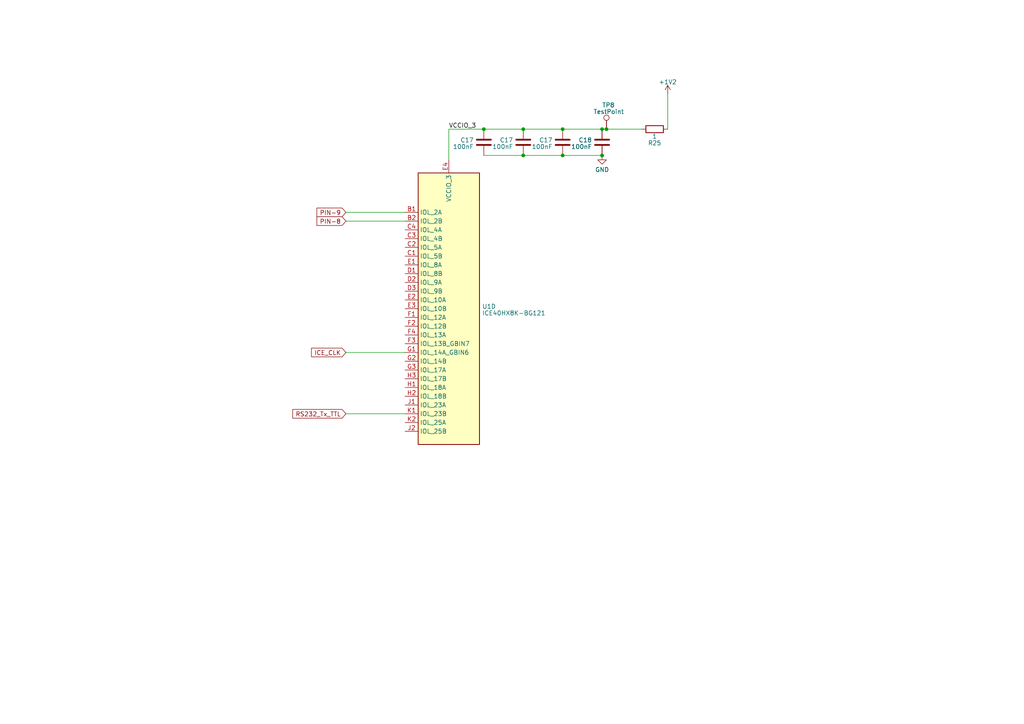
<source format=kicad_sch>
(kicad_sch (version 20230121) (generator eeschema)

  (uuid de984c47-a4b3-4404-8f6d-5958f9d846d6)

  (paper "A4")

  (title_block
    (date "2023-04-25")
    (rev "V0.5")
    (company "Universal-Field-Objects")
  )

  (lib_symbols
    (symbol "Connector:TestPoint" (pin_numbers hide) (pin_names (offset 0.762) hide) (in_bom yes) (on_board yes)
      (property "Reference" "TP" (at 0 6.858 0)
        (effects (font (size 1.27 1.27)))
      )
      (property "Value" "TestPoint" (at 0 5.08 0)
        (effects (font (size 1.27 1.27)))
      )
      (property "Footprint" "" (at 5.08 0 0)
        (effects (font (size 1.27 1.27)) hide)
      )
      (property "Datasheet" "~" (at 5.08 0 0)
        (effects (font (size 1.27 1.27)) hide)
      )
      (property "ki_keywords" "test point tp" (at 0 0 0)
        (effects (font (size 1.27 1.27)) hide)
      )
      (property "ki_description" "test point" (at 0 0 0)
        (effects (font (size 1.27 1.27)) hide)
      )
      (property "ki_fp_filters" "Pin* Test*" (at 0 0 0)
        (effects (font (size 1.27 1.27)) hide)
      )
      (symbol "TestPoint_0_1"
        (circle (center 0 3.302) (radius 0.762)
          (stroke (width 0) (type default))
          (fill (type none))
        )
      )
      (symbol "TestPoint_1_1"
        (pin passive line (at 0 0 90) (length 2.54)
          (name "1" (effects (font (size 1.27 1.27))))
          (number "1" (effects (font (size 1.27 1.27))))
        )
      )
    )
    (symbol "Device:C" (pin_numbers hide) (pin_names (offset 0.254)) (in_bom yes) (on_board yes)
      (property "Reference" "C" (at 0.635 2.54 0)
        (effects (font (size 1.27 1.27)) (justify left))
      )
      (property "Value" "C" (at 0.635 -2.54 0)
        (effects (font (size 1.27 1.27)) (justify left))
      )
      (property "Footprint" "" (at 0.9652 -3.81 0)
        (effects (font (size 1.27 1.27)) hide)
      )
      (property "Datasheet" "~" (at 0 0 0)
        (effects (font (size 1.27 1.27)) hide)
      )
      (property "ki_keywords" "cap capacitor" (at 0 0 0)
        (effects (font (size 1.27 1.27)) hide)
      )
      (property "ki_description" "Unpolarized capacitor" (at 0 0 0)
        (effects (font (size 1.27 1.27)) hide)
      )
      (property "ki_fp_filters" "C_*" (at 0 0 0)
        (effects (font (size 1.27 1.27)) hide)
      )
      (symbol "C_0_1"
        (polyline
          (pts
            (xy -2.032 -0.762)
            (xy 2.032 -0.762)
          )
          (stroke (width 0.508) (type default))
          (fill (type none))
        )
        (polyline
          (pts
            (xy -2.032 0.762)
            (xy 2.032 0.762)
          )
          (stroke (width 0.508) (type default))
          (fill (type none))
        )
      )
      (symbol "C_1_1"
        (pin passive line (at 0 3.81 270) (length 2.794)
          (name "~" (effects (font (size 1.27 1.27))))
          (number "1" (effects (font (size 1.27 1.27))))
        )
        (pin passive line (at 0 -3.81 90) (length 2.794)
          (name "~" (effects (font (size 1.27 1.27))))
          (number "2" (effects (font (size 1.27 1.27))))
        )
      )
    )
    (symbol "Device:R" (pin_numbers hide) (pin_names (offset 0)) (in_bom yes) (on_board yes)
      (property "Reference" "R" (at 2.032 0 90)
        (effects (font (size 1.27 1.27)))
      )
      (property "Value" "R" (at 0 0 90)
        (effects (font (size 1.27 1.27)))
      )
      (property "Footprint" "" (at -1.778 0 90)
        (effects (font (size 1.27 1.27)) hide)
      )
      (property "Datasheet" "~" (at 0 0 0)
        (effects (font (size 1.27 1.27)) hide)
      )
      (property "ki_keywords" "R res resistor" (at 0 0 0)
        (effects (font (size 1.27 1.27)) hide)
      )
      (property "ki_description" "Resistor" (at 0 0 0)
        (effects (font (size 1.27 1.27)) hide)
      )
      (property "ki_fp_filters" "R_*" (at 0 0 0)
        (effects (font (size 1.27 1.27)) hide)
      )
      (symbol "R_0_1"
        (rectangle (start -1.016 -2.54) (end 1.016 2.54)
          (stroke (width 0.254) (type default))
          (fill (type none))
        )
      )
      (symbol "R_1_1"
        (pin passive line (at 0 3.81 270) (length 1.27)
          (name "~" (effects (font (size 1.27 1.27))))
          (number "1" (effects (font (size 1.27 1.27))))
        )
        (pin passive line (at 0 -3.81 90) (length 1.27)
          (name "~" (effects (font (size 1.27 1.27))))
          (number "2" (effects (font (size 1.27 1.27))))
        )
      )
    )
    (symbol "FPGA_Lattice:ICE40HX8K-BG121" (in_bom yes) (on_board yes)
      (property "Reference" "U" (at 2.54 44.45 0)
        (effects (font (size 1.27 1.27)))
      )
      (property "Value" "ICE40HX8K-BG121" (at 10.16 41.91 0)
        (effects (font (size 1.27 1.27)))
      )
      (property "Footprint" "Package_BGA:BGA-121_9.0x9.0mm_Layout11x11_P0.8mm_Ball0.4mm_Pad0.35mm_NSMD" (at 0 -36.83 0)
        (effects (font (size 1.27 1.27)) hide)
      )
      (property "Datasheet" "http://www.latticesemi.com/Products/FPGAandCPLD/iCE40" (at -21.59 25.4 0)
        (effects (font (size 1.27 1.27)) hide)
      )
      (property "ki_locked" "" (at 0 0 0)
        (effects (font (size 1.27 1.27)))
      )
      (property "ki_keywords" "FPGA programmable logic" (at 0 0 0)
        (effects (font (size 1.27 1.27)) hide)
      )
      (property "ki_description" "iCE40 HX FPGA, 7680 LUTs, 1.2V, BGA-121" (at 0 0 0)
        (effects (font (size 1.27 1.27)) hide)
      )
      (property "ki_fp_filters" "BGA*9.0x9.0mm*Layout11x11*P0.8mm*Ball0.4mm*" (at 0 0 0)
        (effects (font (size 1.27 1.27)) hide)
      )
      (symbol "ICE40HX8K-BG121_1_1"
        (rectangle (start -8.89 31.75) (end 8.89 -38.1)
          (stroke (width 0.254) (type default))
          (fill (type background))
        )
        (pin bidirectional line (at -12.7 -35.56 0) (length 3.81)
          (name "IOT_225" (effects (font (size 1.27 1.27))))
          (number "A1" (effects (font (size 1.27 1.27))))
        )
        (pin bidirectional line (at -12.7 17.78 0) (length 3.81)
          (name "IOT_170" (effects (font (size 1.27 1.27))))
          (number "A10" (effects (font (size 1.27 1.27))))
        )
        (pin bidirectional line (at -12.7 20.32 0) (length 3.81)
          (name "IOT_168" (effects (font (size 1.27 1.27))))
          (number "A11" (effects (font (size 1.27 1.27))))
        )
        (pin bidirectional line (at -12.7 -30.48 0) (length 3.81)
          (name "IOT_222" (effects (font (size 1.27 1.27))))
          (number "A2" (effects (font (size 1.27 1.27))))
        )
        (pin bidirectional line (at -12.7 -33.02 0) (length 3.81)
          (name "IOT_223" (effects (font (size 1.27 1.27))))
          (number "A3" (effects (font (size 1.27 1.27))))
        )
        (pin bidirectional line (at -12.7 -20.32 0) (length 3.81)
          (name "IOT_211" (effects (font (size 1.27 1.27))))
          (number "A4" (effects (font (size 1.27 1.27))))
        )
        (pin bidirectional line (at -12.7 -15.24 0) (length 3.81)
          (name "IOT_207" (effects (font (size 1.27 1.27))))
          (number "A5" (effects (font (size 1.27 1.27))))
        )
        (pin bidirectional line (at -12.7 -12.7 0) (length 3.81)
          (name "IOT_206" (effects (font (size 1.27 1.27))))
          (number "A6" (effects (font (size 1.27 1.27))))
        )
        (pin bidirectional line (at -12.7 -5.08 0) (length 3.81)
          (name "IOT_192" (effects (font (size 1.27 1.27))))
          (number "A7" (effects (font (size 1.27 1.27))))
        )
        (pin bidirectional line (at -12.7 0 0) (length 3.81)
          (name "IOT_190" (effects (font (size 1.27 1.27))))
          (number "A8" (effects (font (size 1.27 1.27))))
        )
        (pin bidirectional line (at -12.7 7.62 0) (length 3.81)
          (name "IOT_178" (effects (font (size 1.27 1.27))))
          (number "A9" (effects (font (size 1.27 1.27))))
        )
        (pin bidirectional line (at -12.7 -27.94 0) (length 3.81)
          (name "IOT_221" (effects (font (size 1.27 1.27))))
          (number "B3" (effects (font (size 1.27 1.27))))
        )
        (pin bidirectional line (at -12.7 -25.4 0) (length 3.81)
          (name "IOT_219" (effects (font (size 1.27 1.27))))
          (number "B4" (effects (font (size 1.27 1.27))))
        )
        (pin bidirectional line (at -12.7 -17.78 0) (length 3.81)
          (name "IOT_208" (effects (font (size 1.27 1.27))))
          (number "B5" (effects (font (size 1.27 1.27))))
        )
        (pin bidirectional line (at -12.7 -10.16 0) (length 3.81)
          (name "IOT_198_GBIN0" (effects (font (size 1.27 1.27))))
          (number "B6" (effects (font (size 1.27 1.27))))
        )
        (pin bidirectional line (at -12.7 -7.62 0) (length 3.81)
          (name "IOT_197_GBIN1" (effects (font (size 1.27 1.27))))
          (number "B7" (effects (font (size 1.27 1.27))))
        )
        (pin bidirectional line (at -12.7 10.16 0) (length 3.81)
          (name "IOT_177" (effects (font (size 1.27 1.27))))
          (number "B8" (effects (font (size 1.27 1.27))))
        )
        (pin bidirectional line (at -12.7 12.7 0) (length 3.81)
          (name "IOT_174" (effects (font (size 1.27 1.27))))
          (number "B9" (effects (font (size 1.27 1.27))))
        )
        (pin bidirectional line (at -12.7 -2.54 0) (length 3.81)
          (name "IOT_191" (effects (font (size 1.27 1.27))))
          (number "C7" (effects (font (size 1.27 1.27))))
        )
        (pin bidirectional line (at -12.7 5.08 0) (length 3.81)
          (name "IOT_179" (effects (font (size 1.27 1.27))))
          (number "C8" (effects (font (size 1.27 1.27))))
        )
        (pin bidirectional line (at -12.7 15.24 0) (length 3.81)
          (name "IOT_172" (effects (font (size 1.27 1.27))))
          (number "C9" (effects (font (size 1.27 1.27))))
        )
        (pin bidirectional line (at -12.7 -22.86 0) (length 3.81)
          (name "IOT_212" (effects (font (size 1.27 1.27))))
          (number "D5" (effects (font (size 1.27 1.27))))
        )
        (pin power_in line (at 0 35.56 270) (length 3.81)
          (name "VCCIO_0" (effects (font (size 1.27 1.27))))
          (number "D6" (effects (font (size 1.27 1.27))))
        )
        (pin bidirectional line (at -12.7 2.54 0) (length 3.81)
          (name "IOT_181" (effects (font (size 1.27 1.27))))
          (number "D7" (effects (font (size 1.27 1.27))))
        )
      )
      (symbol "ICE40HX8K-BG121_2_1"
        (rectangle (start -8.89 31.75) (end 8.89 -33.02)
          (stroke (width 0.254) (type default))
          (fill (type background))
        )
        (pin bidirectional line (at -12.7 -30.48 0) (length 3.81)
          (name "IOR_161" (effects (font (size 1.27 1.27))))
          (number "B11" (effects (font (size 1.27 1.27))))
        )
        (pin bidirectional line (at -12.7 -27.94 0) (length 3.81)
          (name "IOR_160" (effects (font (size 1.27 1.27))))
          (number "C11" (effects (font (size 1.27 1.27))))
        )
        (pin bidirectional line (at -12.7 -25.4 0) (length 3.81)
          (name "IOR_154" (effects (font (size 1.27 1.27))))
          (number "D10" (effects (font (size 1.27 1.27))))
        )
        (pin bidirectional line (at -12.7 -22.86 0) (length 3.81)
          (name "IOR_152" (effects (font (size 1.27 1.27))))
          (number "D11" (effects (font (size 1.27 1.27))))
        )
        (pin bidirectional line (at -12.7 -17.78 0) (length 3.81)
          (name "IOR_147" (effects (font (size 1.27 1.27))))
          (number "D9" (effects (font (size 1.27 1.27))))
        )
        (pin bidirectional line (at -12.7 -10.16 0) (length 3.81)
          (name "IOR_141_GBIN2" (effects (font (size 1.27 1.27))))
          (number "E10" (effects (font (size 1.27 1.27))))
        )
        (pin bidirectional line (at -12.7 -20.32 0) (length 3.81)
          (name "IOR_148" (effects (font (size 1.27 1.27))))
          (number "E11" (effects (font (size 1.27 1.27))))
        )
        (pin bidirectional line (at -12.7 -15.24 0) (length 3.81)
          (name "IOR_146" (effects (font (size 1.27 1.27))))
          (number "E8" (effects (font (size 1.27 1.27))))
        )
        (pin bidirectional line (at -12.7 -12.7 0) (length 3.81)
          (name "IOR_144" (effects (font (size 1.27 1.27))))
          (number "E9" (effects (font (size 1.27 1.27))))
        )
        (pin bidirectional line (at -12.7 -2.54 0) (length 3.81)
          (name "IOR_136" (effects (font (size 1.27 1.27))))
          (number "F10" (effects (font (size 1.27 1.27))))
        )
        (pin bidirectional line (at -12.7 -7.62 0) (length 3.81)
          (name "IOR_140_GBIN3" (effects (font (size 1.27 1.27))))
          (number "F11" (effects (font (size 1.27 1.27))))
        )
        (pin power_in line (at 0 35.56 270) (length 3.81)
          (name "VCCIO_1" (effects (font (size 1.27 1.27))))
          (number "F8" (effects (font (size 1.27 1.27))))
        )
        (pin bidirectional line (at -12.7 -5.08 0) (length 3.81)
          (name "IOR_137" (effects (font (size 1.27 1.27))))
          (number "F9" (effects (font (size 1.27 1.27))))
        )
        (pin bidirectional line (at -12.7 5.08 0) (length 3.81)
          (name "IOR_120" (effects (font (size 1.27 1.27))))
          (number "G10" (effects (font (size 1.27 1.27))))
        )
        (pin bidirectional line (at -12.7 0 0) (length 3.81)
          (name "IOR_129" (effects (font (size 1.27 1.27))))
          (number "G11" (effects (font (size 1.27 1.27))))
        )
        (pin bidirectional line (at -12.7 10.16 0) (length 3.81)
          (name "IOR_118" (effects (font (size 1.27 1.27))))
          (number "G8" (effects (font (size 1.27 1.27))))
        )
        (pin bidirectional line (at -12.7 2.54 0) (length 3.81)
          (name "IOR_128" (effects (font (size 1.27 1.27))))
          (number "G9" (effects (font (size 1.27 1.27))))
        )
        (pin bidirectional line (at -12.7 15.24 0) (length 3.81)
          (name "IOR_116" (effects (font (size 1.27 1.27))))
          (number "H10" (effects (font (size 1.27 1.27))))
        )
        (pin bidirectional line (at -12.7 7.62 0) (length 3.81)
          (name "IOR_119" (effects (font (size 1.27 1.27))))
          (number "H11" (effects (font (size 1.27 1.27))))
        )
        (pin bidirectional line (at -12.7 12.7 0) (length 3.81)
          (name "IOR_117" (effects (font (size 1.27 1.27))))
          (number "J10" (effects (font (size 1.27 1.27))))
        )
        (pin bidirectional line (at -12.7 20.32 0) (length 3.81)
          (name "IOR_114" (effects (font (size 1.27 1.27))))
          (number "J11" (effects (font (size 1.27 1.27))))
        )
        (pin bidirectional line (at -12.7 17.78 0) (length 3.81)
          (name "IOR_115" (effects (font (size 1.27 1.27))))
          (number "K11" (effects (font (size 1.27 1.27))))
        )
      )
      (symbol "ICE40HX8K-BG121_3_1"
        (rectangle (start -11.43 29.21) (end 11.43 -31.75)
          (stroke (width 0.254) (type default))
          (fill (type background))
        )
        (pin power_in line (at 0 33.02 270) (length 3.81)
          (name "VCCIO_2" (effects (font (size 1.27 1.27))))
          (number "H6" (effects (font (size 1.27 1.27))))
        )
        (pin bidirectional line (at -15.24 -15.24 0) (length 3.81)
          (name "IOB_87" (effects (font (size 1.27 1.27))))
          (number "H7" (effects (font (size 1.27 1.27))))
        )
        (pin bidirectional line (at -15.24 -27.94 0) (length 3.81)
          (name "IOB_104_CBSEL1" (effects (font (size 1.27 1.27))))
          (number "H9" (effects (font (size 1.27 1.27))))
        )
        (pin bidirectional line (at -15.24 15.24 0) (length 3.81)
          (name "IOB_57" (effects (font (size 1.27 1.27))))
          (number "J3" (effects (font (size 1.27 1.27))))
        )
        (pin bidirectional line (at -15.24 7.62 0) (length 3.81)
          (name "IOB_64" (effects (font (size 1.27 1.27))))
          (number "J4" (effects (font (size 1.27 1.27))))
        )
        (pin bidirectional line (at -15.24 -2.54 0) (length 3.81)
          (name "IOB_78" (effects (font (size 1.27 1.27))))
          (number "J5" (effects (font (size 1.27 1.27))))
        )
        (pin bidirectional line (at -15.24 -12.7 0) (length 3.81)
          (name "IOB_86" (effects (font (size 1.27 1.27))))
          (number "J7" (effects (font (size 1.27 1.27))))
        )
        (pin bidirectional line (at -15.24 -20.32 0) (length 3.81)
          (name "IOB_91" (effects (font (size 1.27 1.27))))
          (number "J8" (effects (font (size 1.27 1.27))))
        )
        (pin bidirectional line (at -15.24 10.16 0) (length 3.81)
          (name "IOB_63" (effects (font (size 1.27 1.27))))
          (number "K3" (effects (font (size 1.27 1.27))))
        )
        (pin bidirectional line (at -15.24 0 0) (length 3.81)
          (name "IOB_73" (effects (font (size 1.27 1.27))))
          (number "K4" (effects (font (size 1.27 1.27))))
        )
        (pin bidirectional line (at -15.24 -5.08 0) (length 3.81)
          (name "IOB_79" (effects (font (size 1.27 1.27))))
          (number "K5" (effects (font (size 1.27 1.27))))
        )
        (pin bidirectional line (at -15.24 -10.16 0) (length 3.81)
          (name "IOB_82_GBIN4" (effects (font (size 1.27 1.27))))
          (number "K6" (effects (font (size 1.27 1.27))))
        )
        (pin bidirectional line (at -15.24 -17.78 0) (length 3.81)
          (name "IOB_89" (effects (font (size 1.27 1.27))))
          (number "K7" (effects (font (size 1.27 1.27))))
        )
        (pin open_collector line (at 15.24 25.4 180) (length 3.81)
          (name "CDONE" (effects (font (size 1.27 1.27))))
          (number "K8" (effects (font (size 1.27 1.27))))
        )
        (pin bidirectional line (at -15.24 17.78 0) (length 3.81)
          (name "IOB_56" (effects (font (size 1.27 1.27))))
          (number "L1" (effects (font (size 1.27 1.27))))
        )
        (pin bidirectional line (at -15.24 12.7 0) (length 3.81)
          (name "IOB_61" (effects (font (size 1.27 1.27))))
          (number "L2" (effects (font (size 1.27 1.27))))
        )
        (pin bidirectional line (at -15.24 5.08 0) (length 3.81)
          (name "IOB_71" (effects (font (size 1.27 1.27))))
          (number "L3" (effects (font (size 1.27 1.27))))
        )
        (pin bidirectional line (at -15.24 2.54 0) (length 3.81)
          (name "IOB_72" (effects (font (size 1.27 1.27))))
          (number "L4" (effects (font (size 1.27 1.27))))
        )
        (pin bidirectional line (at -15.24 -7.62 0) (length 3.81)
          (name "IOB_81_GBIN5" (effects (font (size 1.27 1.27))))
          (number "L5" (effects (font (size 1.27 1.27))))
        )
        (pin bidirectional line (at -15.24 -22.86 0) (length 3.81)
          (name "IOB_94" (effects (font (size 1.27 1.27))))
          (number "L7" (effects (font (size 1.27 1.27))))
        )
        (pin bidirectional line (at -15.24 -25.4 0) (length 3.81)
          (name "IOB_103_CBSEL0" (effects (font (size 1.27 1.27))))
          (number "L8" (effects (font (size 1.27 1.27))))
        )
        (pin input line (at -15.24 25.4 0) (length 3.81)
          (name "~{CRESET}" (effects (font (size 1.27 1.27))))
          (number "L9" (effects (font (size 1.27 1.27))))
        )
      )
      (symbol "ICE40HX8K-BG121_4_1"
        (rectangle (start -8.89 39.37) (end 8.89 -39.37)
          (stroke (width 0.254) (type default))
          (fill (type background))
        )
        (pin bidirectional line (at -12.7 27.94 0) (length 3.81)
          (name "IOL_2A" (effects (font (size 1.27 1.27))))
          (number "B1" (effects (font (size 1.27 1.27))))
        )
        (pin bidirectional line (at -12.7 25.4 0) (length 3.81)
          (name "IOL_2B" (effects (font (size 1.27 1.27))))
          (number "B2" (effects (font (size 1.27 1.27))))
        )
        (pin bidirectional line (at -12.7 15.24 0) (length 3.81)
          (name "IOL_5B" (effects (font (size 1.27 1.27))))
          (number "C1" (effects (font (size 1.27 1.27))))
        )
        (pin bidirectional line (at -12.7 17.78 0) (length 3.81)
          (name "IOL_5A" (effects (font (size 1.27 1.27))))
          (number "C2" (effects (font (size 1.27 1.27))))
        )
        (pin bidirectional line (at -12.7 20.32 0) (length 3.81)
          (name "IOL_4B" (effects (font (size 1.27 1.27))))
          (number "C3" (effects (font (size 1.27 1.27))))
        )
        (pin bidirectional line (at -12.7 22.86 0) (length 3.81)
          (name "IOL_4A" (effects (font (size 1.27 1.27))))
          (number "C4" (effects (font (size 1.27 1.27))))
        )
        (pin bidirectional line (at -12.7 10.16 0) (length 3.81)
          (name "IOL_8B" (effects (font (size 1.27 1.27))))
          (number "D1" (effects (font (size 1.27 1.27))))
        )
        (pin bidirectional line (at -12.7 7.62 0) (length 3.81)
          (name "IOL_9A" (effects (font (size 1.27 1.27))))
          (number "D2" (effects (font (size 1.27 1.27))))
        )
        (pin bidirectional line (at -12.7 5.08 0) (length 3.81)
          (name "IOL_9B" (effects (font (size 1.27 1.27))))
          (number "D3" (effects (font (size 1.27 1.27))))
        )
        (pin bidirectional line (at -12.7 12.7 0) (length 3.81)
          (name "IOL_8A" (effects (font (size 1.27 1.27))))
          (number "E1" (effects (font (size 1.27 1.27))))
        )
        (pin bidirectional line (at -12.7 2.54 0) (length 3.81)
          (name "IOL_10A" (effects (font (size 1.27 1.27))))
          (number "E2" (effects (font (size 1.27 1.27))))
        )
        (pin bidirectional line (at -12.7 0 0) (length 3.81)
          (name "IOL_10B" (effects (font (size 1.27 1.27))))
          (number "E3" (effects (font (size 1.27 1.27))))
        )
        (pin power_in line (at 0 43.18 270) (length 3.81)
          (name "VCCIO_3" (effects (font (size 1.27 1.27))))
          (number "E4" (effects (font (size 1.27 1.27))))
        )
        (pin bidirectional line (at -12.7 -2.54 0) (length 3.81)
          (name "IOL_12A" (effects (font (size 1.27 1.27))))
          (number "F1" (effects (font (size 1.27 1.27))))
        )
        (pin bidirectional line (at -12.7 -5.08 0) (length 3.81)
          (name "IOL_12B" (effects (font (size 1.27 1.27))))
          (number "F2" (effects (font (size 1.27 1.27))))
        )
        (pin bidirectional line (at -12.7 -10.16 0) (length 3.81)
          (name "IOL_13B_GBIN7" (effects (font (size 1.27 1.27))))
          (number "F3" (effects (font (size 1.27 1.27))))
        )
        (pin bidirectional line (at -12.7 -7.62 0) (length 3.81)
          (name "IOL_13A" (effects (font (size 1.27 1.27))))
          (number "F4" (effects (font (size 1.27 1.27))))
        )
        (pin bidirectional line (at -12.7 -12.7 0) (length 3.81)
          (name "IOL_14A_GBIN6" (effects (font (size 1.27 1.27))))
          (number "G1" (effects (font (size 1.27 1.27))))
        )
        (pin bidirectional line (at -12.7 -15.24 0) (length 3.81)
          (name "IOL_14B" (effects (font (size 1.27 1.27))))
          (number "G2" (effects (font (size 1.27 1.27))))
        )
        (pin bidirectional line (at -12.7 -17.78 0) (length 3.81)
          (name "IOL_17A" (effects (font (size 1.27 1.27))))
          (number "G3" (effects (font (size 1.27 1.27))))
        )
        (pin passive line (at 0 43.18 270) (length 3.81) hide
          (name "VCCIO_3" (effects (font (size 1.27 1.27))))
          (number "G4" (effects (font (size 1.27 1.27))))
        )
        (pin bidirectional line (at -12.7 -22.86 0) (length 3.81)
          (name "IOL_18A" (effects (font (size 1.27 1.27))))
          (number "H1" (effects (font (size 1.27 1.27))))
        )
        (pin bidirectional line (at -12.7 -25.4 0) (length 3.81)
          (name "IOL_18B" (effects (font (size 1.27 1.27))))
          (number "H2" (effects (font (size 1.27 1.27))))
        )
        (pin bidirectional line (at -12.7 -20.32 0) (length 3.81)
          (name "IOL_17B" (effects (font (size 1.27 1.27))))
          (number "H3" (effects (font (size 1.27 1.27))))
        )
        (pin bidirectional line (at -12.7 -27.94 0) (length 3.81)
          (name "IOL_23A" (effects (font (size 1.27 1.27))))
          (number "J1" (effects (font (size 1.27 1.27))))
        )
        (pin bidirectional line (at -12.7 -35.56 0) (length 3.81)
          (name "IOL_25B" (effects (font (size 1.27 1.27))))
          (number "J2" (effects (font (size 1.27 1.27))))
        )
        (pin bidirectional line (at -12.7 -30.48 0) (length 3.81)
          (name "IOL_23B" (effects (font (size 1.27 1.27))))
          (number "K1" (effects (font (size 1.27 1.27))))
        )
        (pin bidirectional line (at -12.7 -33.02 0) (length 3.81)
          (name "IOL_25A" (effects (font (size 1.27 1.27))))
          (number "K2" (effects (font (size 1.27 1.27))))
        )
      )
      (symbol "ICE40HX8K-BG121_5_1"
        (rectangle (start -11.43 13.97) (end 11.43 -13.97)
          (stroke (width 0.254) (type default))
          (fill (type background))
        )
        (pin power_in line (at -2.54 17.78 270) (length 3.81)
          (name "VPP_FAST" (effects (font (size 1.27 1.27))))
          (number "B10" (effects (font (size 1.27 1.27))))
        )
        (pin power_in line (at 0 17.78 270) (length 3.81)
          (name "VPP_2V5" (effects (font (size 1.27 1.27))))
          (number "C10" (effects (font (size 1.27 1.27))))
        )
        (pin power_in line (at 15.24 -10.16 180) (length 3.81)
          (name "GNDPLL1" (effects (font (size 1.27 1.27))))
          (number "C5" (effects (font (size 1.27 1.27))))
        )
        (pin power_in line (at 15.24 -2.54 180) (length 3.81)
          (name "VCCPLL1" (effects (font (size 1.27 1.27))))
          (number "C6" (effects (font (size 1.27 1.27))))
        )
        (pin passive line (at 2.54 17.78 270) (length 3.81) hide
          (name "VCC" (effects (font (size 1.27 1.27))))
          (number "D4" (effects (font (size 1.27 1.27))))
        )
        (pin power_in line (at 2.54 17.78 270) (length 3.81)
          (name "VCC" (effects (font (size 1.27 1.27))))
          (number "D8" (effects (font (size 1.27 1.27))))
        )
        (pin power_in line (at -7.62 -17.78 90) (length 3.81)
          (name "GND" (effects (font (size 1.27 1.27))))
          (number "E5" (effects (font (size 1.27 1.27))))
        )
        (pin passive line (at -7.62 -17.78 90) (length 3.81) hide
          (name "GND" (effects (font (size 1.27 1.27))))
          (number "E6" (effects (font (size 1.27 1.27))))
        )
        (pin passive line (at -7.62 -17.78 90) (length 3.81) hide
          (name "GND" (effects (font (size 1.27 1.27))))
          (number "E7" (effects (font (size 1.27 1.27))))
        )
        (pin passive line (at -7.62 -17.78 90) (length 3.81) hide
          (name "GND" (effects (font (size 1.27 1.27))))
          (number "F5" (effects (font (size 1.27 1.27))))
        )
        (pin passive line (at -7.62 -17.78 90) (length 3.81) hide
          (name "GND" (effects (font (size 1.27 1.27))))
          (number "F6" (effects (font (size 1.27 1.27))))
        )
        (pin passive line (at -7.62 -17.78 90) (length 3.81) hide
          (name "GND" (effects (font (size 1.27 1.27))))
          (number "F7" (effects (font (size 1.27 1.27))))
        )
        (pin passive line (at -7.62 -17.78 90) (length 3.81) hide
          (name "GND" (effects (font (size 1.27 1.27))))
          (number "G5" (effects (font (size 1.27 1.27))))
        )
        (pin passive line (at -7.62 -17.78 90) (length 3.81) hide
          (name "GND" (effects (font (size 1.27 1.27))))
          (number "G6" (effects (font (size 1.27 1.27))))
        )
        (pin passive line (at -7.62 -17.78 90) (length 3.81) hide
          (name "GND" (effects (font (size 1.27 1.27))))
          (number "G7" (effects (font (size 1.27 1.27))))
        )
        (pin passive line (at 2.54 17.78 270) (length 3.81) hide
          (name "VCC" (effects (font (size 1.27 1.27))))
          (number "H4" (effects (font (size 1.27 1.27))))
        )
        (pin passive line (at -7.62 -17.78 90) (length 3.81) hide
          (name "GND" (effects (font (size 1.27 1.27))))
          (number "H5" (effects (font (size 1.27 1.27))))
        )
        (pin passive line (at 2.54 17.78 270) (length 3.81) hide
          (name "VCC" (effects (font (size 1.27 1.27))))
          (number "H8" (effects (font (size 1.27 1.27))))
        )
        (pin power_in line (at 15.24 7.62 180) (length 3.81)
          (name "VCCPLL0" (effects (font (size 1.27 1.27))))
          (number "J6" (effects (font (size 1.27 1.27))))
        )
        (pin bidirectional line (at -15.24 0 0) (length 3.81)
          (name "IOB_106_SDI" (effects (font (size 1.27 1.27))))
          (number "J9" (effects (font (size 1.27 1.27))))
        )
        (pin bidirectional line (at -15.24 -5.08 0) (length 3.81)
          (name "IOB_108_SS" (effects (font (size 1.27 1.27))))
          (number "K10" (effects (font (size 1.27 1.27))))
        )
        (pin bidirectional line (at -15.24 2.54 0) (length 3.81)
          (name "IOB_105_SDO" (effects (font (size 1.27 1.27))))
          (number "K9" (effects (font (size 1.27 1.27))))
        )
        (pin bidirectional line (at -15.24 -2.54 0) (length 3.81)
          (name "IOB_107_SCK" (effects (font (size 1.27 1.27))))
          (number "L10" (effects (font (size 1.27 1.27))))
        )
        (pin power_in line (at -7.62 17.78 270) (length 3.81)
          (name "VCC_SPI" (effects (font (size 1.27 1.27))))
          (number "L11" (effects (font (size 1.27 1.27))))
        )
        (pin power_in line (at 15.24 0 180) (length 3.81)
          (name "GNDPLL0" (effects (font (size 1.27 1.27))))
          (number "L6" (effects (font (size 1.27 1.27))))
        )
      )
    )
    (symbol "power:+1V2" (power) (pin_names (offset 0)) (in_bom yes) (on_board yes)
      (property "Reference" "#PWR" (at 0 -3.81 0)
        (effects (font (size 1.27 1.27)) hide)
      )
      (property "Value" "+1V2" (at 0 3.556 0)
        (effects (font (size 1.27 1.27)))
      )
      (property "Footprint" "" (at 0 0 0)
        (effects (font (size 1.27 1.27)) hide)
      )
      (property "Datasheet" "" (at 0 0 0)
        (effects (font (size 1.27 1.27)) hide)
      )
      (property "ki_keywords" "global power" (at 0 0 0)
        (effects (font (size 1.27 1.27)) hide)
      )
      (property "ki_description" "Power symbol creates a global label with name \"+1V2\"" (at 0 0 0)
        (effects (font (size 1.27 1.27)) hide)
      )
      (symbol "+1V2_0_1"
        (polyline
          (pts
            (xy -0.762 1.27)
            (xy 0 2.54)
          )
          (stroke (width 0) (type default))
          (fill (type none))
        )
        (polyline
          (pts
            (xy 0 0)
            (xy 0 2.54)
          )
          (stroke (width 0) (type default))
          (fill (type none))
        )
        (polyline
          (pts
            (xy 0 2.54)
            (xy 0.762 1.27)
          )
          (stroke (width 0) (type default))
          (fill (type none))
        )
      )
      (symbol "+1V2_1_1"
        (pin power_in line (at 0 0 90) (length 0) hide
          (name "+1V2" (effects (font (size 1.27 1.27))))
          (number "1" (effects (font (size 1.27 1.27))))
        )
      )
    )
    (symbol "power:GND" (power) (pin_names (offset 0)) (in_bom yes) (on_board yes)
      (property "Reference" "#PWR" (at 0 -6.35 0)
        (effects (font (size 1.27 1.27)) hide)
      )
      (property "Value" "GND" (at 0 -3.81 0)
        (effects (font (size 1.27 1.27)))
      )
      (property "Footprint" "" (at 0 0 0)
        (effects (font (size 1.27 1.27)) hide)
      )
      (property "Datasheet" "" (at 0 0 0)
        (effects (font (size 1.27 1.27)) hide)
      )
      (property "ki_keywords" "global power" (at 0 0 0)
        (effects (font (size 1.27 1.27)) hide)
      )
      (property "ki_description" "Power symbol creates a global label with name \"GND\" , ground" (at 0 0 0)
        (effects (font (size 1.27 1.27)) hide)
      )
      (symbol "GND_0_1"
        (polyline
          (pts
            (xy 0 0)
            (xy 0 -1.27)
            (xy 1.27 -1.27)
            (xy 0 -2.54)
            (xy -1.27 -1.27)
            (xy 0 -1.27)
          )
          (stroke (width 0) (type default))
          (fill (type none))
        )
      )
      (symbol "GND_1_1"
        (pin power_in line (at 0 0 270) (length 0) hide
          (name "GND" (effects (font (size 1.27 1.27))))
          (number "1" (effects (font (size 1.27 1.27))))
        )
      )
    )
  )

  (junction (at 163.195 45.085) (diameter 0) (color 0 0 0 0)
    (uuid 6cef6ed6-c3f3-40cc-b5ae-8f6a3b38214e)
  )
  (junction (at 175.895 37.465) (diameter 0) (color 0 0 0 0)
    (uuid 70ed0e92-01ff-458a-809a-432dc6c408d1)
  )
  (junction (at 140.335 37.465) (diameter 0) (color 0 0 0 0)
    (uuid 812639ff-441a-44a7-b5de-5ef2d3be22df)
  )
  (junction (at 163.195 37.465) (diameter 0) (color 0 0 0 0)
    (uuid 8c8501d1-8b3d-4989-930b-ed6e59b31d77)
  )
  (junction (at 151.765 45.085) (diameter 0) (color 0 0 0 0)
    (uuid 949c5b03-1f8a-4235-a9ab-2c61a301b7c7)
  )
  (junction (at 174.625 45.085) (diameter 0) (color 0 0 0 0)
    (uuid 989abc70-d41e-4375-b52d-01cb2bf80a4b)
  )
  (junction (at 151.765 37.465) (diameter 0) (color 0 0 0 0)
    (uuid 9ecc1d45-5b8c-42d6-9226-bc51dd0a29ab)
  )
  (junction (at 174.625 37.465) (diameter 0) (color 0 0 0 0)
    (uuid edc1e2fd-1747-4d03-85ab-6bee7223abe8)
  )

  (wire (pts (xy 100.33 61.595) (xy 117.475 61.595))
    (stroke (width 0) (type default))
    (uuid 1b99d551-e7c3-4bd6-bccc-ad6af8396a94)
  )
  (wire (pts (xy 151.765 45.085) (xy 140.335 45.085))
    (stroke (width 0) (type default))
    (uuid 3d1979aa-eae9-4dd2-ab06-bc9d740bf35d)
  )
  (wire (pts (xy 140.335 37.465) (xy 130.175 37.465))
    (stroke (width 0) (type default))
    (uuid 4c96a94c-e043-41a1-b823-4a7242d9aa65)
  )
  (wire (pts (xy 100.33 120.015) (xy 117.475 120.015))
    (stroke (width 0) (type default))
    (uuid 5744a57a-a8ec-4ec3-aab2-5bee06ef2a78)
  )
  (wire (pts (xy 100.33 102.235) (xy 117.475 102.235))
    (stroke (width 0) (type default))
    (uuid 80ca2e87-ff1a-4b7a-8477-4c86362125f0)
  )
  (wire (pts (xy 163.195 37.465) (xy 151.765 37.465))
    (stroke (width 0) (type default))
    (uuid 85d3f3ad-6c98-4d1d-891f-32b56c55d057)
  )
  (wire (pts (xy 163.195 37.465) (xy 174.625 37.465))
    (stroke (width 0) (type default))
    (uuid a793f0e2-836d-4a2d-8ddd-25201d612392)
  )
  (wire (pts (xy 175.895 37.465) (xy 186.055 37.465))
    (stroke (width 0) (type default))
    (uuid b572b35d-39bd-42b4-bbd3-d03fb582f0ea)
  )
  (wire (pts (xy 130.175 37.465) (xy 130.175 46.355))
    (stroke (width 0) (type default))
    (uuid b601e494-cba3-4d3b-b38d-ac90f6f94216)
  )
  (wire (pts (xy 151.765 37.465) (xy 140.335 37.465))
    (stroke (width 0) (type default))
    (uuid ce09121b-a115-4095-aacd-f69120c6ae87)
  )
  (wire (pts (xy 163.195 45.085) (xy 174.625 45.085))
    (stroke (width 0) (type default))
    (uuid cfca9796-bbef-4253-ba2d-a7d804a629f2)
  )
  (wire (pts (xy 163.195 45.085) (xy 151.765 45.085))
    (stroke (width 0) (type default))
    (uuid e5a3ed01-1487-40c3-86ac-6fb763d4c73b)
  )
  (wire (pts (xy 175.895 37.465) (xy 174.625 37.465))
    (stroke (width 0) (type default))
    (uuid ea01e3ea-a9c7-4a19-8e78-e1a0e52c8e75)
  )
  (wire (pts (xy 193.675 27.305) (xy 193.675 37.465))
    (stroke (width 0) (type default))
    (uuid f5d45f29-ea10-473e-9455-46a9a3a74fe2)
  )
  (wire (pts (xy 100.33 64.135) (xy 117.475 64.135))
    (stroke (width 0) (type default))
    (uuid fcefd4a0-86f9-49e7-a017-40b2940c6a9e)
  )

  (label "VCCIO_3" (at 130.175 37.465 0) (fields_autoplaced)
    (effects (font (size 1.27 1.27)) (justify left bottom))
    (uuid 6ed022e6-2648-44c1-8585-087f9ab2b0d5)
  )

  (global_label "PIN-8" (shape input) (at 100.33 64.135 180) (fields_autoplaced)
    (effects (font (size 1.27 1.27)) (justify right))
    (uuid 0d6a7987-718c-48c9-8d5d-68c2a1d8be44)
    (property "Intersheetrefs" "${INTERSHEET_REFS}" (at 91.437 64.135 0)
      (effects (font (size 1.27 1.27)) (justify right) hide)
    )
  )
  (global_label "RS232_Tx_TTL" (shape input) (at 100.33 120.015 180) (fields_autoplaced)
    (effects (font (size 1.27 1.27)) (justify right))
    (uuid 10965cd5-147f-452f-94b2-18aa86545d71)
    (property "Intersheetrefs" "${INTERSHEET_REFS}" (at 84.422 120.015 0)
      (effects (font (size 1.27 1.27)) (justify right) hide)
    )
  )
  (global_label "ICE_CLK" (shape input) (at 100.33 102.235 180) (fields_autoplaced)
    (effects (font (size 1.27 1.27)) (justify right))
    (uuid 2828899e-6a87-40ce-bd4f-d5dd0940ef3e)
    (property "Intersheetrefs" "${INTERSHEET_REFS}" (at 89.8647 102.235 0)
      (effects (font (size 1.27 1.27)) (justify right) hide)
    )
  )
  (global_label "PIN-9" (shape input) (at 100.33 61.595 180) (fields_autoplaced)
    (effects (font (size 1.27 1.27)) (justify right))
    (uuid e5d5df5b-f7fc-47ae-a92d-b292cf12fd59)
    (property "Intersheetrefs" "${INTERSHEET_REFS}" (at 91.437 61.595 0)
      (effects (font (size 1.27 1.27)) (justify right) hide)
    )
  )

  (symbol (lib_id "FPGA_Lattice:ICE40HX8K-BG121") (at 130.175 89.535 0) (unit 4)
    (in_bom yes) (on_board yes) (dnp no) (fields_autoplaced)
    (uuid 06ab88c8-b1cd-4084-bdd5-377333bee819)
    (property "Reference" "U1" (at 139.827 88.8913 0)
      (effects (font (size 1.27 1.27)) (justify left))
    )
    (property "Value" "ICE40HX8K-BG121" (at 139.827 90.8123 0)
      (effects (font (size 1.27 1.27)) (justify left))
    )
    (property "Footprint" "Package_BGA:BGA-121_9.0x9.0mm_Layout11x11_P0.8mm_Ball0.4mm_Pad0.35mm_NSMD" (at 130.175 126.365 0)
      (effects (font (size 1.27 1.27)) hide)
    )
    (property "Datasheet" "http://www.latticesemi.com/Products/FPGAandCPLD/iCE40" (at 108.585 64.135 0)
      (effects (font (size 1.27 1.27)) hide)
    )
    (pin "A1" (uuid 3a37c87c-e574-4442-b5ab-6b38d841daf0))
    (pin "A10" (uuid e55dfd85-1c45-4587-9d06-00f719ac857c))
    (pin "A11" (uuid db6da63c-d9d1-475b-ad04-4cbfb70f24e3))
    (pin "A2" (uuid fc69eab3-3b08-4160-af5b-b68b9706bac3))
    (pin "A3" (uuid e0c1bd25-2af8-4a54-a32c-04d1c5212b55))
    (pin "A4" (uuid 8816dd92-8f6c-43ae-b686-b30b526661c6))
    (pin "A5" (uuid 596950c5-a08f-4775-9fe9-480d3fe78429))
    (pin "A6" (uuid 0c51818c-6275-44e2-b616-b25043a21c6b))
    (pin "A7" (uuid 9e3337b5-6f24-4456-8894-f7f68c9d9eef))
    (pin "A8" (uuid d3fe47e4-76bd-4d7b-a3fb-3a8cb8735756))
    (pin "A9" (uuid 0e0af415-c78a-458b-b4bc-746a2eb722f2))
    (pin "B3" (uuid 0a96cd5f-4b40-4097-aed3-6018ecde6919))
    (pin "B4" (uuid 9fe722ad-a439-42c1-aeda-583633763ab0))
    (pin "B5" (uuid bdab1338-864e-438c-9213-71851f789599))
    (pin "B6" (uuid dfb8805a-dc19-48f2-b2c1-32e14c11226b))
    (pin "B7" (uuid d9860f2b-49b9-47e4-a3d4-01ee7be15e74))
    (pin "B8" (uuid b9e793fb-fe83-4131-8961-e8427e858c59))
    (pin "B9" (uuid 4e3e181a-0a40-483e-9b70-5b10b3432260))
    (pin "C7" (uuid 2ee8c95e-6734-491b-96ca-b636359cefac))
    (pin "C8" (uuid 4ee5b9e5-a40d-4c47-9e3e-a3a0c16f2171))
    (pin "C9" (uuid 8e6ca3db-0a54-4979-8b55-7849d7fa057a))
    (pin "D5" (uuid 342d8056-c803-4613-be85-7a3375e9a99a))
    (pin "D6" (uuid b9a78452-42b5-4ead-9a34-3f3e94e0ec49))
    (pin "D7" (uuid 2f5e62c3-cc9a-49bf-91bb-6710bc289eff))
    (pin "B11" (uuid 866cf1c1-c0e8-4b1e-bf91-599af4b7d854))
    (pin "C11" (uuid ebfdf5b9-d4b3-4315-8100-69348e5eac68))
    (pin "D10" (uuid c31bae7e-45f9-4246-a81c-a35a54149a9f))
    (pin "D11" (uuid 88fc55a4-7ed4-4b27-9aa6-b33c4849c653))
    (pin "D9" (uuid 8ada5405-efdf-415a-b89e-6b32d040f42a))
    (pin "E10" (uuid c3a5fd36-639d-491b-b986-52c0231a1058))
    (pin "E11" (uuid b80ec698-d495-4e75-8187-3e4a2e0033fb))
    (pin "E8" (uuid 5dc9ed39-1be2-49a7-91fc-25b0b52e653e))
    (pin "E9" (uuid b65c4253-5bd2-4ac1-a832-6052ab63d9f0))
    (pin "F10" (uuid aedba0f7-4ceb-46f9-b5a3-280ce075bf48))
    (pin "F11" (uuid 0d0c8ecd-8e41-457b-82ce-adde8b997aff))
    (pin "F8" (uuid 90178f54-a8f1-4fdb-b692-d049c14946ee))
    (pin "F9" (uuid 2803e721-7224-4f9a-8b1d-cd29029e698e))
    (pin "G10" (uuid 70608d73-a05c-4f0a-88ff-9b32f0d3dfe8))
    (pin "G11" (uuid 99b4f0a9-e37c-4c83-b9d0-8481df401ed0))
    (pin "G8" (uuid 67be7901-a64d-4ca6-a789-d78896ce99ab))
    (pin "G9" (uuid d5b9c48a-2947-42f0-bb6b-8b8b81f96449))
    (pin "H10" (uuid 10bb28d4-6f18-4070-8ff3-7eab2d8f8418))
    (pin "H11" (uuid d9e5db09-c250-4ddb-94de-96eb51857dcf))
    (pin "J10" (uuid 1bf921b3-e081-4748-a863-5dc5c491a9ae))
    (pin "J11" (uuid 6938ddba-afd3-4464-a37c-16708ef180de))
    (pin "K11" (uuid c02fd4bb-1639-4ca6-b640-55772d84b727))
    (pin "H6" (uuid 5fc3271a-9221-4c6b-82bf-7d547dd65504))
    (pin "H7" (uuid 5d6891c8-3b52-4dab-9dac-f86a5aa1978e))
    (pin "H9" (uuid ac46113e-1b45-40b1-949b-25e3cf9a161e))
    (pin "J3" (uuid 573fdc69-15f0-41a4-a8ec-a5c72f3a1637))
    (pin "J4" (uuid 8b757242-885a-4dcc-94bc-34c613e3530f))
    (pin "J5" (uuid c14f21b6-1274-4baf-8d3f-ce147f8b31bd))
    (pin "J7" (uuid ec28e922-9c49-43a4-8e6f-e3093c63d97f))
    (pin "J8" (uuid ee45d13b-6d0f-4fcf-a80c-7283db6aad61))
    (pin "K3" (uuid 052b4ca7-aba7-4af7-9faa-dc8ee15d2ed1))
    (pin "K4" (uuid dc67569c-339c-4e8c-9107-c6154b5379cf))
    (pin "K5" (uuid 71724d56-42d7-439a-81a6-4e37d275a700))
    (pin "K6" (uuid 6343401b-fa89-42ef-ad50-25dcae5999c8))
    (pin "K7" (uuid 50c615cd-79ac-4c97-88fc-652196ff2baa))
    (pin "K8" (uuid 3a3adf8a-4d88-46e9-9dae-bae29bb17d6e))
    (pin "L1" (uuid a3650365-b73e-4a91-8a9e-eec2180883f1))
    (pin "L2" (uuid 24d4f496-700b-42d3-a8d2-139a5ae78765))
    (pin "L3" (uuid 7803c2c0-dfb6-471a-ac46-4617941286f0))
    (pin "L4" (uuid a7a808a9-ab17-4977-b5a7-9cb82e93878b))
    (pin "L5" (uuid 3498d893-602f-472d-9cc4-aa265855a86a))
    (pin "L7" (uuid 476ad832-48ff-4615-bac2-a4a4d84ca9fb))
    (pin "L8" (uuid 8a7b2c62-4ea0-4d0a-b08f-18e4976b7d79))
    (pin "L9" (uuid d2c1bd0a-2318-4d3f-8954-25267e89ae8a))
    (pin "B1" (uuid 9fe41172-3be2-46f2-8a5c-6242322bfbc0))
    (pin "B2" (uuid f2505fb5-2514-467b-b4a4-73d184a44d82))
    (pin "C1" (uuid 046643a3-2dee-482d-85a6-07e35e793987))
    (pin "C2" (uuid f28f9986-a715-4753-a315-fac5a8442e2c))
    (pin "C3" (uuid 51915cab-fb5c-4a4f-ad78-83ffc8249cb4))
    (pin "C4" (uuid cb38e07e-da53-479a-ab04-12386c12487d))
    (pin "D1" (uuid a1a45c98-1386-4879-80ec-5ab2811f86c6))
    (pin "D2" (uuid df9fa47f-965f-4d53-99c8-e76b4ceee4ea))
    (pin "D3" (uuid 4b2aab21-a84d-4389-9bcb-e686e44ca17a))
    (pin "E1" (uuid e69a94da-25d8-48a8-9975-26ec2480fb31))
    (pin "E2" (uuid f4be4e4b-a1fd-4f73-b0fc-4488a024902c))
    (pin "E3" (uuid 556e9024-867d-4e16-9021-3a1cd5239878))
    (pin "E4" (uuid e717cd48-16f3-4f86-966a-fccef612619f))
    (pin "F1" (uuid 871f838a-a8e0-4bc4-ab16-c3cd70619732))
    (pin "F2" (uuid 28483224-5ee0-4634-beb7-0330fbc95b00))
    (pin "F3" (uuid a674aaf2-cd66-4fc5-9407-c2ab5eac882c))
    (pin "F4" (uuid ed183ed5-4e7c-401a-820b-4fc3ec933f78))
    (pin "G1" (uuid 263df8d7-fe98-4a63-873c-21d9ed74075d))
    (pin "G2" (uuid 328c1d9e-3041-46a4-84c5-f25916b0f9fa))
    (pin "G3" (uuid 2811d4ab-9cd8-478a-899a-965de50fe3f8))
    (pin "G4" (uuid b460932a-76c2-44bc-b1af-c20854d3cf6e))
    (pin "H1" (uuid 10a62c25-93dd-4ff9-ba2a-167c5c857f32))
    (pin "H2" (uuid 138a2d5a-6f68-4f5b-88fb-65270986d2ef))
    (pin "H3" (uuid 120dfac3-2494-4a19-952d-065899fdfb4d))
    (pin "J1" (uuid d0b7e8fa-0b79-4ea8-bc32-c45dd5e2f30c))
    (pin "J2" (uuid 91760bea-3444-4886-aefc-81d2742855a5))
    (pin "K1" (uuid 71018f6d-a1e6-4b7d-be5c-01b452a48682))
    (pin "K2" (uuid b81d1e83-a3d1-476a-ac9e-943357557ec1))
    (pin "B10" (uuid 8cb778f8-b166-437c-907b-482233878774))
    (pin "C10" (uuid 7a9e1808-cbef-4d1a-9795-195efc7759a6))
    (pin "C5" (uuid ffb21ff1-3acd-41de-9bc4-cfc755ef7ae5))
    (pin "C6" (uuid d17045de-d76a-4769-997a-5175472776d7))
    (pin "D4" (uuid 5dbcf35d-919d-4687-8455-d0296c00c3c6))
    (pin "D8" (uuid d7341140-f634-4261-a697-033149c87be8))
    (pin "E5" (uuid a81f84ef-42c4-4f66-82bd-d5181f65c068))
    (pin "E6" (uuid 89fbf541-9bdd-4f13-8caa-355bf7d720ab))
    (pin "E7" (uuid 24aee907-1590-4e30-8cd9-7521566999d9))
    (pin "F5" (uuid 3af0a4ec-d1cb-4b3c-a933-b191c621fdf3))
    (pin "F6" (uuid 7994f28d-3951-42b9-a3bd-942557adaa86))
    (pin "F7" (uuid 16579f4e-6731-46f6-aef3-ea8877ddafdb))
    (pin "G5" (uuid a69ffe2d-f27d-42c7-885b-e609c8d2da77))
    (pin "G6" (uuid 72553f35-982a-4049-85b2-2e9b1f2dbaec))
    (pin "G7" (uuid 590bc623-a06d-4e8d-ad67-40f7481aae16))
    (pin "H4" (uuid 85a4d8fe-2777-4c8b-8fb3-9d55557da2ba))
    (pin "H5" (uuid 07810e21-a714-45d9-be30-041ecaa25524))
    (pin "H8" (uuid 01196239-f5f5-492e-aaaf-49b2e508e3b9))
    (pin "J6" (uuid 3be46a91-ec52-4a6d-8ff2-0122aea69947))
    (pin "J9" (uuid a9fff5dd-5b5d-4446-b65c-66ba76245549))
    (pin "K10" (uuid 4f7812aa-0a60-4ef8-abf3-b2a1e8f0557a))
    (pin "K9" (uuid 38217c1d-6918-4ec2-9f5c-e09201c7ce84))
    (pin "L10" (uuid ef03b5d4-c889-4593-8664-b0ee9cbdb579))
    (pin "L11" (uuid f159d28a-d30c-4adc-87b6-d656dd3b8be5))
    (pin "L6" (uuid c1187cff-175c-444e-920a-bdfd647dce6b))
    (instances
      (project "UFO-FPGA"
        (path "/b3168f6a-c732-41d3-aeeb-d97dd2f1bb65"
          (reference "U1") (unit 4)
        )
        (path "/b3168f6a-c732-41d3-aeeb-d97dd2f1bb65/baabafd2-c41f-4db4-a640-329e074df703"
          (reference "U1") (unit 4)
        )
      )
      (project "BANK3"
        (path "/de984c47-a4b3-4404-8f6d-5958f9d846d6"
          (reference "U1") (unit 4)
        )
      )
    )
  )

  (symbol (lib_id "Device:C") (at 151.765 41.275 0) (mirror y) (unit 1)
    (in_bom yes) (on_board yes) (dnp no) (fields_autoplaced)
    (uuid 368c54f9-6f80-4241-b1f4-467bd694754f)
    (property "Reference" "C17" (at 148.844 40.6313 0)
      (effects (font (size 1.27 1.27)) (justify left))
    )
    (property "Value" "100nF" (at 148.844 42.5523 0)
      (effects (font (size 1.27 1.27)) (justify left))
    )
    (property "Footprint" "" (at 150.7998 45.085 0)
      (effects (font (size 1.27 1.27)) hide)
    )
    (property "Datasheet" "~" (at 151.765 41.275 0)
      (effects (font (size 1.27 1.27)) hide)
    )
    (pin "1" (uuid 56661ad7-bd02-4078-b49b-c6994ddeb2e2))
    (pin "2" (uuid 2c4ca052-0727-413d-8820-1b643ed48fc4))
    (instances
      (project "UFO-FPGA"
        (path "/b3168f6a-c732-41d3-aeeb-d97dd2f1bb65/a9a0295d-b075-4952-a5ba-04debc5f691c"
          (reference "C17") (unit 1)
        )
        (path "/b3168f6a-c732-41d3-aeeb-d97dd2f1bb65/6f7e0d88-d92b-4c4f-9dc8-64721cd46d41"
          (reference "C23") (unit 1)
        )
        (path "/b3168f6a-c732-41d3-aeeb-d97dd2f1bb65/f54d4357-d916-4d6b-afb9-9dd5f65d1cf7"
          (reference "C26") (unit 1)
        )
        (path "/b3168f6a-c732-41d3-aeeb-d97dd2f1bb65/baabafd2-c41f-4db4-a640-329e074df703"
          (reference "C34") (unit 1)
        )
      )
      (project "BANK3"
        (path "/de984c47-a4b3-4404-8f6d-5958f9d846d6"
          (reference "C17") (unit 1)
        )
      )
    )
  )

  (symbol (lib_id "Device:C") (at 163.195 41.275 0) (mirror y) (unit 1)
    (in_bom yes) (on_board yes) (dnp no) (fields_autoplaced)
    (uuid 3cf3faf5-9c30-4fdf-9e19-ad41c8036a04)
    (property "Reference" "C17" (at 160.274 40.6313 0)
      (effects (font (size 1.27 1.27)) (justify left))
    )
    (property "Value" "100nF" (at 160.274 42.5523 0)
      (effects (font (size 1.27 1.27)) (justify left))
    )
    (property "Footprint" "" (at 162.2298 45.085 0)
      (effects (font (size 1.27 1.27)) hide)
    )
    (property "Datasheet" "~" (at 163.195 41.275 0)
      (effects (font (size 1.27 1.27)) hide)
    )
    (pin "1" (uuid fff6f7a5-807c-4215-ab58-050b5fdce1b4))
    (pin "2" (uuid 270f6c21-5285-4a8c-a45b-c6ddf6f0bbfe))
    (instances
      (project "UFO-FPGA"
        (path "/b3168f6a-c732-41d3-aeeb-d97dd2f1bb65/a9a0295d-b075-4952-a5ba-04debc5f691c"
          (reference "C17") (unit 1)
        )
        (path "/b3168f6a-c732-41d3-aeeb-d97dd2f1bb65/6f7e0d88-d92b-4c4f-9dc8-64721cd46d41"
          (reference "C22") (unit 1)
        )
        (path "/b3168f6a-c732-41d3-aeeb-d97dd2f1bb65/f54d4357-d916-4d6b-afb9-9dd5f65d1cf7"
          (reference "C27") (unit 1)
        )
        (path "/b3168f6a-c732-41d3-aeeb-d97dd2f1bb65/baabafd2-c41f-4db4-a640-329e074df703"
          (reference "C35") (unit 1)
        )
      )
      (project "BANK3"
        (path "/de984c47-a4b3-4404-8f6d-5958f9d846d6"
          (reference "C17") (unit 1)
        )
      )
    )
  )

  (symbol (lib_id "power:+1V2") (at 193.675 27.305 0) (unit 1)
    (in_bom yes) (on_board yes) (dnp no) (fields_autoplaced)
    (uuid 7d348cbc-a83b-44e1-b58f-481b4998ebfc)
    (property "Reference" "#PWR024" (at 193.675 31.115 0)
      (effects (font (size 1.27 1.27)) hide)
    )
    (property "Value" "+1V2" (at 193.675 23.8031 0)
      (effects (font (size 1.27 1.27)))
    )
    (property "Footprint" "" (at 193.675 27.305 0)
      (effects (font (size 1.27 1.27)) hide)
    )
    (property "Datasheet" "" (at 193.675 27.305 0)
      (effects (font (size 1.27 1.27)) hide)
    )
    (pin "1" (uuid 6690a308-3221-419b-881a-b43cb2e41658))
    (instances
      (project "UFO-FPGA"
        (path "/b3168f6a-c732-41d3-aeeb-d97dd2f1bb65/a9a0295d-b075-4952-a5ba-04debc5f691c"
          (reference "#PWR024") (unit 1)
        )
        (path "/b3168f6a-c732-41d3-aeeb-d97dd2f1bb65/03eb349d-f783-448d-a9ad-735fd21dbf61"
          (reference "#PWR027") (unit 1)
        )
        (path "/b3168f6a-c732-41d3-aeeb-d97dd2f1bb65/6f7e0d88-d92b-4c4f-9dc8-64721cd46d41"
          (reference "#PWR029") (unit 1)
        )
        (path "/b3168f6a-c732-41d3-aeeb-d97dd2f1bb65/f54d4357-d916-4d6b-afb9-9dd5f65d1cf7"
          (reference "#PWR036") (unit 1)
        )
        (path "/b3168f6a-c732-41d3-aeeb-d97dd2f1bb65/baabafd2-c41f-4db4-a640-329e074df703"
          (reference "#PWR079") (unit 1)
        )
      )
      (project "BANK3"
        (path "/de984c47-a4b3-4404-8f6d-5958f9d846d6"
          (reference "#PWR024") (unit 1)
        )
      )
    )
  )

  (symbol (lib_id "Device:C") (at 140.335 41.275 0) (mirror y) (unit 1)
    (in_bom yes) (on_board yes) (dnp no) (fields_autoplaced)
    (uuid ae4da40e-664e-4115-b93d-1e52f7ed352a)
    (property "Reference" "C17" (at 137.414 40.6313 0)
      (effects (font (size 1.27 1.27)) (justify left))
    )
    (property "Value" "100nF" (at 137.414 42.5523 0)
      (effects (font (size 1.27 1.27)) (justify left))
    )
    (property "Footprint" "" (at 139.3698 45.085 0)
      (effects (font (size 1.27 1.27)) hide)
    )
    (property "Datasheet" "~" (at 140.335 41.275 0)
      (effects (font (size 1.27 1.27)) hide)
    )
    (pin "1" (uuid b3e0087b-0662-4015-a5a2-a4f2991bba52))
    (pin "2" (uuid 052e76c0-9377-487a-bffb-996da1392f9e))
    (instances
      (project "UFO-FPGA"
        (path "/b3168f6a-c732-41d3-aeeb-d97dd2f1bb65/a9a0295d-b075-4952-a5ba-04debc5f691c"
          (reference "C17") (unit 1)
        )
        (path "/b3168f6a-c732-41d3-aeeb-d97dd2f1bb65/6f7e0d88-d92b-4c4f-9dc8-64721cd46d41"
          (reference "C24") (unit 1)
        )
        (path "/b3168f6a-c732-41d3-aeeb-d97dd2f1bb65/f54d4357-d916-4d6b-afb9-9dd5f65d1cf7"
          (reference "C25") (unit 1)
        )
        (path "/b3168f6a-c732-41d3-aeeb-d97dd2f1bb65/baabafd2-c41f-4db4-a640-329e074df703"
          (reference "C33") (unit 1)
        )
      )
      (project "BANK3"
        (path "/de984c47-a4b3-4404-8f6d-5958f9d846d6"
          (reference "C17") (unit 1)
        )
      )
    )
  )

  (symbol (lib_id "Device:C") (at 174.625 41.275 0) (mirror y) (unit 1)
    (in_bom yes) (on_board yes) (dnp no) (fields_autoplaced)
    (uuid b382e1f1-18a6-4ec6-9677-b939b12c2fbe)
    (property "Reference" "C18" (at 171.704 40.6313 0)
      (effects (font (size 1.27 1.27)) (justify left))
    )
    (property "Value" "100nF" (at 171.704 42.5523 0)
      (effects (font (size 1.27 1.27)) (justify left))
    )
    (property "Footprint" "" (at 173.6598 45.085 0)
      (effects (font (size 1.27 1.27)) hide)
    )
    (property "Datasheet" "~" (at 174.625 41.275 0)
      (effects (font (size 1.27 1.27)) hide)
    )
    (pin "1" (uuid 27886f1d-1d5e-4cba-b0a7-b666bf6abdff))
    (pin "2" (uuid 000c7d80-ab4e-48b3-a8d2-0103a1706795))
    (instances
      (project "UFO-FPGA"
        (path "/b3168f6a-c732-41d3-aeeb-d97dd2f1bb65/a9a0295d-b075-4952-a5ba-04debc5f691c"
          (reference "C18") (unit 1)
        )
        (path "/b3168f6a-c732-41d3-aeeb-d97dd2f1bb65/6f7e0d88-d92b-4c4f-9dc8-64721cd46d41"
          (reference "C21") (unit 1)
        )
        (path "/b3168f6a-c732-41d3-aeeb-d97dd2f1bb65/f54d4357-d916-4d6b-afb9-9dd5f65d1cf7"
          (reference "C28") (unit 1)
        )
        (path "/b3168f6a-c732-41d3-aeeb-d97dd2f1bb65/baabafd2-c41f-4db4-a640-329e074df703"
          (reference "C36") (unit 1)
        )
      )
      (project "BANK3"
        (path "/de984c47-a4b3-4404-8f6d-5958f9d846d6"
          (reference "C18") (unit 1)
        )
      )
    )
  )

  (symbol (lib_id "Device:R") (at 189.865 37.465 270) (unit 1)
    (in_bom yes) (on_board yes) (dnp no)
    (uuid d36bd138-17c4-4d10-a504-73b746739677)
    (property "Reference" "R25" (at 189.865 41.4909 90)
      (effects (font (size 1.27 1.27)))
    )
    (property "Value" "1" (at 189.865 39.5699 90)
      (effects (font (size 1.27 1.27)))
    )
    (property "Footprint" "" (at 189.865 35.687 90)
      (effects (font (size 1.27 1.27)) hide)
    )
    (property "Datasheet" "~" (at 189.865 37.465 0)
      (effects (font (size 1.27 1.27)) hide)
    )
    (pin "1" (uuid 49ee33ba-3ee5-44bd-892d-cefe30c3e7bf))
    (pin "2" (uuid 129b7ef8-aefd-4b2b-aca9-9ebb5196f40a))
    (instances
      (project "UFO-FPGA"
        (path "/b3168f6a-c732-41d3-aeeb-d97dd2f1bb65/a9a0295d-b075-4952-a5ba-04debc5f691c"
          (reference "R25") (unit 1)
        )
        (path "/b3168f6a-c732-41d3-aeeb-d97dd2f1bb65/6f7e0d88-d92b-4c4f-9dc8-64721cd46d41"
          (reference "R28") (unit 1)
        )
        (path "/b3168f6a-c732-41d3-aeeb-d97dd2f1bb65/f54d4357-d916-4d6b-afb9-9dd5f65d1cf7"
          (reference "R30") (unit 1)
        )
        (path "/b3168f6a-c732-41d3-aeeb-d97dd2f1bb65/baabafd2-c41f-4db4-a640-329e074df703"
          (reference "R32") (unit 1)
        )
      )
      (project "BANK3"
        (path "/de984c47-a4b3-4404-8f6d-5958f9d846d6"
          (reference "R25") (unit 1)
        )
      )
    )
  )

  (symbol (lib_id "power:GND") (at 174.625 45.085 0) (unit 1)
    (in_bom yes) (on_board yes) (dnp no) (fields_autoplaced)
    (uuid d81a3da1-88b3-4cf6-9633-0849ffea2109)
    (property "Reference" "#PWR028" (at 174.625 51.435 0)
      (effects (font (size 1.27 1.27)) hide)
    )
    (property "Value" "GND" (at 174.625 49.2205 0)
      (effects (font (size 1.27 1.27)))
    )
    (property "Footprint" "" (at 174.625 45.085 0)
      (effects (font (size 1.27 1.27)) hide)
    )
    (property "Datasheet" "" (at 174.625 45.085 0)
      (effects (font (size 1.27 1.27)) hide)
    )
    (pin "1" (uuid 2f7f58a2-cf4d-4cda-8fe2-1f63153d2e05))
    (instances
      (project "UFO-FPGA"
        (path "/b3168f6a-c732-41d3-aeeb-d97dd2f1bb65/baabafd2-c41f-4db4-a640-329e074df703"
          (reference "#PWR028") (unit 1)
        )
      )
      (project "BANK3"
        (path "/de984c47-a4b3-4404-8f6d-5958f9d846d6"
          (reference "#PWR0104") (unit 1)
        )
      )
    )
  )

  (symbol (lib_id "Connector:TestPoint") (at 175.895 37.465 0) (unit 1)
    (in_bom yes) (on_board yes) (dnp no)
    (uuid fac7d875-360c-423b-ba61-3873fba03578)
    (property "Reference" "TP8" (at 174.625 30.48 0)
      (effects (font (size 1.27 1.27)) (justify left))
    )
    (property "Value" "TestPoint" (at 172.085 32.385 0)
      (effects (font (size 1.27 1.27)) (justify left))
    )
    (property "Footprint" "" (at 180.975 37.465 0)
      (effects (font (size 1.27 1.27)) hide)
    )
    (property "Datasheet" "~" (at 180.975 37.465 0)
      (effects (font (size 1.27 1.27)) hide)
    )
    (pin "1" (uuid 8be67cb0-d1de-4437-8c62-bfcad4370d2a))
    (instances
      (project "UFO-FPGA"
        (path "/b3168f6a-c732-41d3-aeeb-d97dd2f1bb65/6f7e0d88-d92b-4c4f-9dc8-64721cd46d41"
          (reference "TP8") (unit 1)
        )
        (path "/b3168f6a-c732-41d3-aeeb-d97dd2f1bb65/a9a0295d-b075-4952-a5ba-04debc5f691c"
          (reference "TP5") (unit 1)
        )
        (path "/b3168f6a-c732-41d3-aeeb-d97dd2f1bb65/f54d4357-d916-4d6b-afb9-9dd5f65d1cf7"
          (reference "TP9") (unit 1)
        )
        (path "/b3168f6a-c732-41d3-aeeb-d97dd2f1bb65/baabafd2-c41f-4db4-a640-329e074df703"
          (reference "TP11") (unit 1)
        )
      )
      (project "BANK3"
        (path "/de984c47-a4b3-4404-8f6d-5958f9d846d6"
          (reference "TP8") (unit 1)
        )
      )
    )
  )
)

</source>
